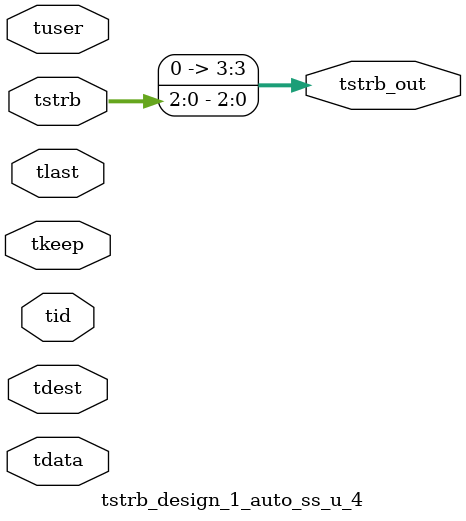
<source format=v>


`timescale 1ps/1ps

module tstrb_design_1_auto_ss_u_4 #
(
parameter C_S_AXIS_TDATA_WIDTH = 32,
parameter C_S_AXIS_TUSER_WIDTH = 0,
parameter C_S_AXIS_TID_WIDTH   = 0,
parameter C_S_AXIS_TDEST_WIDTH = 0,
parameter C_M_AXIS_TDATA_WIDTH = 32
)
(
input  [(C_S_AXIS_TDATA_WIDTH == 0 ? 1 : C_S_AXIS_TDATA_WIDTH)-1:0     ] tdata,
input  [(C_S_AXIS_TUSER_WIDTH == 0 ? 1 : C_S_AXIS_TUSER_WIDTH)-1:0     ] tuser,
input  [(C_S_AXIS_TID_WIDTH   == 0 ? 1 : C_S_AXIS_TID_WIDTH)-1:0       ] tid,
input  [(C_S_AXIS_TDEST_WIDTH == 0 ? 1 : C_S_AXIS_TDEST_WIDTH)-1:0     ] tdest,
input  [(C_S_AXIS_TDATA_WIDTH/8)-1:0 ] tkeep,
input  [(C_S_AXIS_TDATA_WIDTH/8)-1:0 ] tstrb,
input                                                                    tlast,
output [(C_M_AXIS_TDATA_WIDTH/8)-1:0 ] tstrb_out
);

assign tstrb_out = {tstrb[2:0]};

endmodule


</source>
